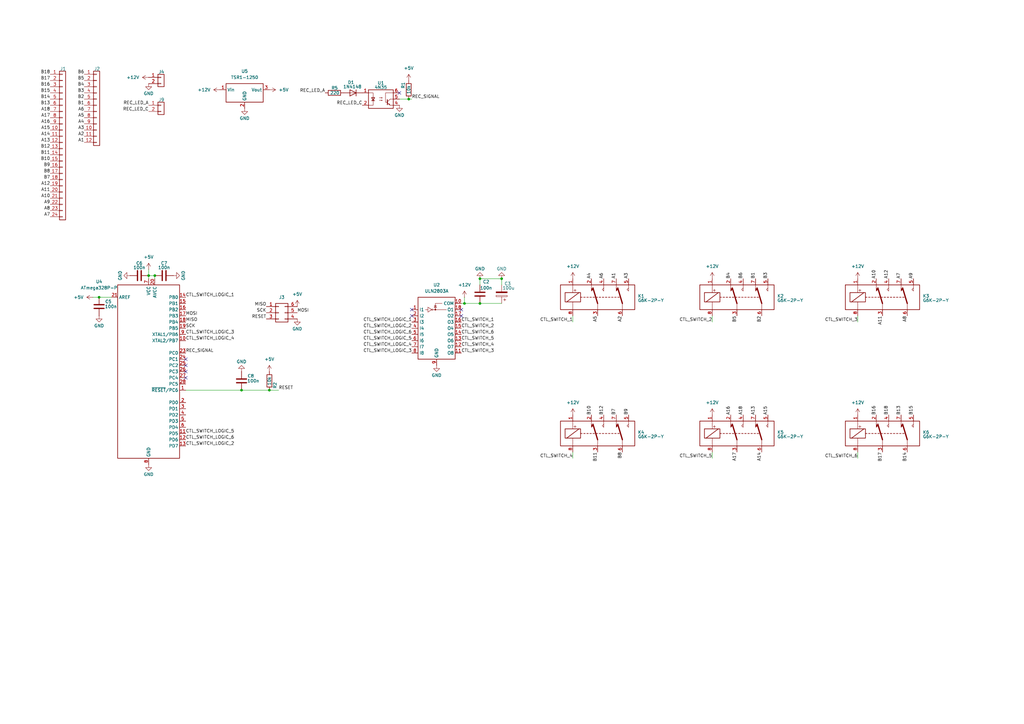
<source format=kicad_sch>
(kicad_sch (version 20250114) (generator "eeschema") (generator_version "9.0")
  (paper "A3")
  (lib_symbols
    (symbol "Connector_Generic:Conn_01x02" (pin_names (offset 1.016) (hide yes))
      (property "Reference" "J3" (at 2.54 0 0))
      (property "Value" "Conn_01x02" (at 2.54 -2.54 0))
      (symbol "Conn_01x02_1_1"
        (pin passive line (at -5.08 0 0) (length 3.81) (name "Pin_1") (number "1"))
        (pin passive line (at -5.08 -2.54 0) (length 3.81) (name "Pin_2") (number "2"))
      )
    )
    (symbol "Connector_Generic:Conn_01x12" (pin_names (offset 1.016) (hide yes))
      (property "Reference" "J?" (at 2.54 -1.2699 0))
      (symbol "Conn_01x12_1_1"
        (pin passive line (at -5.08 12.7 0) (length 3.81) (name "Pin_1") (number "1"))
        (pin passive line (at -5.08 10.16 0) (length 3.81) (name "Pin_2") (number "2"))
        (pin passive line (at -5.08 7.62 0) (length 3.81) (name "Pin_3") (number "3"))
        (pin passive line (at -5.08 5.08 0) (length 3.81) (name "Pin_4") (number "4"))
        (pin passive line (at -5.08 2.54 0) (length 3.81) (name "Pin_5") (number "5"))
        (pin passive line (at -5.08 0 0) (length 3.81) (name "Pin_6") (number "6"))
        (pin passive line (at -5.08 -2.54 0) (length 3.81) (name "Pin_7") (number "7"))
        (pin passive line (at -5.08 -5.08 0) (length 3.81) (name "Pin_8") (number "8"))
        (pin passive line (at -5.08 -7.62 0) (length 3.81) (name "Pin_9") (number "9"))
        (pin passive line (at -5.08 -10.16 0) (length 3.81) (name "Pin_10") (number "10"))
        (pin passive line (at -5.08 -12.7 0) (length 3.81) (name "Pin_11") (number "11"))
        (pin passive line (at -5.08 -15.24 0) (length 3.81) (name "Pin_12") (number "12"))
      )
    )
    (symbol "Connector_Generic:Conn_01x24" (pin_names (offset 1.016) (hide yes))
      (property "Reference" "J?" (at 2.54 0.0001 0))
      (property "Value" "Conn_01x24" (at 2.54 -2.5399 0))
      (symbol "Conn_01x24_1_1"
        (pin passive line (at -5.08 27.94 0) (length 3.81) (name "Pin_1") (number "1"))
        (pin passive line (at -5.08 25.4 0) (length 3.81) (name "Pin_2") (number "2"))
        (pin passive line (at -5.08 22.86 0) (length 3.81) (name "Pin_3") (number "3"))
        (pin passive line (at -5.08 20.32 0) (length 3.81) (name "Pin_4") (number "4"))
        (pin passive line (at -5.08 17.78 0) (length 3.81) (name "Pin_5") (number "5"))
        (pin passive line (at -5.08 15.24 0) (length 3.81) (name "Pin_6") (number "6"))
        (pin passive line (at -5.08 12.7 0) (length 3.81) (name "Pin_7") (number "7"))
        (pin passive line (at -5.08 10.16 0) (length 3.81) (name "Pin_8") (number "8"))
        (pin passive line (at -5.08 7.62 0) (length 3.81) (name "Pin_9") (number "9"))
        (pin passive line (at -5.08 5.08 0) (length 3.81) (name "Pin_10") (number "10"))
        (pin passive line (at -5.08 2.54 0) (length 3.81) (name "Pin_11") (number "11"))
        (pin passive line (at -5.08 0 0) (length 3.81) (name "Pin_12") (number "12"))
        (pin passive line (at -5.08 -2.54 0) (length 3.81) (name "Pin_13") (number "13"))
        (pin passive line (at -5.08 -5.08 0) (length 3.81) (name "Pin_14") (number "14"))
        (pin passive line (at -5.08 -7.62 0) (length 3.81) (name "Pin_15") (number "15"))
        (pin passive line (at -5.08 -10.16 0) (length 3.81) (name "Pin_16") (number "16"))
        (pin passive line (at -5.08 -12.7 0) (length 3.81) (name "Pin_17") (number "17"))
        (pin passive line (at -5.08 -15.24 0) (length 3.81) (name "Pin_18") (number "18"))
        (pin passive line (at -5.08 -17.78 0) (length 3.81) (name "Pin_19") (number "19"))
        (pin passive line (at -5.08 -20.32 0) (length 3.81) (name "Pin_20") (number "20"))
        (pin passive line (at -5.08 -22.86 0) (length 3.81) (name "Pin_21") (number "21"))
        (pin passive line (at -5.08 -25.4 0) (length 3.81) (name "Pin_22") (number "22"))
        (pin passive line (at -5.08 -27.94 0) (length 3.81) (name "Pin_23") (number "23"))
        (pin passive line (at -5.08 -30.48 0) (length 3.81) (name "Pin_24") (number "24"))
      )
    )
    (symbol "Connector_Generic:Conn_02x03_Counter_Clockwise" (pin_names (offset 1.016) (hide yes))
      (property "Reference" "J?" (at 1.27 6.35 0))
      (symbol "Conn_02x03_Counter_Clockwise_1_1"
        (pin passive line (at -5.08 2.54 0) (length 3.81) (name "Pin_1") (number "1"))
        (pin passive line (at -5.08 0 0) (length 3.81) (name "Pin_2") (number "2"))
        (pin passive line (at -5.08 -2.54 0) (length 3.81) (name "Pin_3") (number "3"))
        (pin passive line (at 7.62 2.54 180) (length 3.81) (name "Pin_6") (number "6"))
        (pin passive line (at 7.62 0 180) (length 3.81) (name "Pin_5") (number "5"))
        (pin passive line (at 7.62 -2.54 180) (length 3.81) (name "Pin_4") (number "4"))
      )
    )
    (symbol "Device:C" (pin_numbers (hide yes)) (pin_names (offset 0.254))
      (property "Reference" "C" (at 0.635 2.54 0))
      (property "Value" "C" (at 0.635 -2.54 0))
      (symbol "C_1_1"
        (pin passive line (at 0 3.81 270) (length 2.794) (name "~") (number "1"))
        (pin passive line (at 0 -3.81 90) (length 2.794) (name "~") (number "2"))
      )
    )
    (symbol "Device:C_Polarized" (pin_numbers (hide yes)) (pin_names (offset 0.254))
      (property "Reference" "C" (at 0.635 2.54 0))
      (property "Value" "C_Polarized" (at 0.635 -2.54 0))
      (symbol "C_Polarized_1_1"
        (pin passive line (at 0 3.81 270) (length 2.794) (name "~") (number "1"))
        (pin passive line (at 0 -3.81 90) (length 2.794) (name "~") (number "2"))
      )
    )
    (symbol "Device:R" (pin_numbers (hide yes)) (pin_names (offset 0))
      (property "Reference" "R" (at 2.032 0 90))
      (property "Value" "R" (at 0 0 90))
      (symbol "R_1_1"
        (pin passive line (at 0 3.81 270) (length 1.27) (name "~") (number "1"))
        (pin passive line (at 0 -3.81 90) (length 1.27) (name "~") (number "2"))
      )
    )
    (symbol "Diode:1N4148" (pin_numbers (hide yes)) (pin_names (hide yes))
      (property "Reference" "D" (at 0 2.54 0))
      (property "Value" "1N4148" (at 0 -2.54 0))
      (symbol "1N4148_1_1"
        (pin passive line (at -3.81 0 0) (length 2.54) (name "K") (number "1"))
        (pin passive line (at 3.81 0 180) (length 2.54) (name "A") (number "2"))
      )
    )
    (symbol "G6K-2_2"
      (property "Reference" "K?" (at 16.51 0.0001 0))
      (symbol "G6K-2_2_0_0"
        (text "+" (at -9.271 2.921 0) (effects (font (size 1.27 1.27))))
      )
      (symbol "G6K-2_2_1_1"
        (pin passive line (at -10.16 7.62 270) (length 2.54) (name "~") (number "1"))
        (pin passive line (at -10.16 -7.62 90) (length 2.54) (name "~") (number "8"))
        (pin passive line (at -2.54 7.62 270) (length 2.54) (name "~") (number "2"))
        (pin passive line (at 0 -7.62 90) (length 2.54) (name "~") (number "3"))
        (pin passive line (at 2.54 7.62 270) (length 2.54) (name "~") (number "4"))
        (pin passive line (at 7.62 7.62 270) (length 2.54) (name "~") (number "7"))
        (pin passive line (at 10.16 -7.62 90) (length 2.54) (name "~") (number "6"))
        (pin passive line (at 12.7 7.62 270) (length 2.54) (name "~") (number "5"))
      )
    )
    (symbol "G6K-2_3"
      (property "Reference" "K?" (at 16.51 0.0001 0))
      (symbol "G6K-2_3_0_0"
        (text "+" (at -9.271 2.921 0) (effects (font (size 1.27 1.27))))
      )
      (symbol "G6K-2_3_1_1"
        (pin passive line (at -10.16 7.62 270) (length 2.54) (name "~") (number "1"))
        (pin passive line (at -10.16 -7.62 90) (length 2.54) (name "~") (number "8"))
        (pin passive line (at -2.54 7.62 270) (length 2.54) (name "~") (number "2"))
        (pin passive line (at 0 -7.62 90) (length 2.54) (name "~") (number "3"))
        (pin passive line (at 2.54 7.62 270) (length 2.54) (name "~") (number "4"))
        (pin passive line (at 7.62 7.62 270) (length 2.54) (name "~") (number "7"))
        (pin passive line (at 10.16 -7.62 90) (length 2.54) (name "~") (number "6"))
        (pin passive line (at 12.7 7.62 270) (length 2.54) (name "~") (number "5"))
      )
    )
    (symbol "G6K-2_5"
      (property "Reference" "K?" (at 16.51 0.0001 0))
      (symbol "G6K-2_5_0_0"
        (text "+" (at -9.271 2.921 0) (effects (font (size 1.27 1.27))))
      )
      (symbol "G6K-2_5_1_1"
        (pin passive line (at -10.16 7.62 270) (length 2.54) (name "~") (number "1"))
        (pin passive line (at -10.16 -7.62 90) (length 2.54) (name "~") (number "8"))
        (pin passive line (at -2.54 7.62 270) (length 2.54) (name "~") (number "2"))
        (pin passive line (at 0 -7.62 90) (length 2.54) (name "~") (number "3"))
        (pin passive line (at 2.54 7.62 270) (length 2.54) (name "~") (number "4"))
        (pin passive line (at 7.62 7.62 270) (length 2.54) (name "~") (number "7"))
        (pin passive line (at 10.16 -7.62 90) (length 2.54) (name "~") (number "6"))
        (pin passive line (at 12.7 7.62 270) (length 2.54) (name "~") (number "5"))
      )
    )
    (symbol "G6K-2_6"
      (property "Reference" "K?" (at 16.51 0.0001 0))
      (symbol "G6K-2_6_0_0"
        (text "+" (at -9.271 2.921 0) (effects (font (size 1.27 1.27))))
      )
      (symbol "G6K-2_6_1_1"
        (pin passive line (at -10.16 7.62 270) (length 2.54) (name "~") (number "1"))
        (pin passive line (at -10.16 -7.62 90) (length 2.54) (name "~") (number "8"))
        (pin passive line (at -2.54 7.62 270) (length 2.54) (name "~") (number "2"))
        (pin passive line (at 0 -7.62 90) (length 2.54) (name "~") (number "3"))
        (pin passive line (at 2.54 7.62 270) (length 2.54) (name "~") (number "4"))
        (pin passive line (at 7.62 7.62 270) (length 2.54) (name "~") (number "7"))
        (pin passive line (at 10.16 -7.62 90) (length 2.54) (name "~") (number "6"))
        (pin passive line (at 12.7 7.62 270) (length 2.54) (name "~") (number "5"))
      )
    )
    (symbol "G6K-2_7"
      (property "Reference" "K?" (at 16.51 0.0001 0))
      (symbol "G6K-2_7_0_0"
        (text "+" (at -9.271 2.921 0) (effects (font (size 1.27 1.27))))
      )
      (symbol "G6K-2_7_1_1"
        (pin passive line (at -10.16 7.62 270) (length 2.54) (name "~") (number "1"))
        (pin passive line (at -10.16 -7.62 90) (length 2.54) (name "~") (number "8"))
        (pin passive line (at -2.54 7.62 270) (length 2.54) (name "~") (number "2"))
        (pin passive line (at 0 -7.62 90) (length 2.54) (name "~") (number "3"))
        (pin passive line (at 2.54 7.62 270) (length 2.54) (name "~") (number "4"))
        (pin passive line (at 7.62 7.62 270) (length 2.54) (name "~") (number "7"))
        (pin passive line (at 10.16 -7.62 90) (length 2.54) (name "~") (number "6"))
        (pin passive line (at 12.7 7.62 270) (length 2.54) (name "~") (number "5"))
      )
    )
    (symbol "Isolator:4N35" (pin_names (offset 1.016))
      (property "Reference" "U?" (at 0 8.89 0))
      (property "Value" "4N35" (at 0 6.35 0))
      (symbol "4N35_1_1"
        (pin passive line (at -7.62 2.54 0) (length 2.54) (name "~") (number "1"))
        (pin passive line (at -7.62 -2.54 0) (length 2.54) (name "~") (number "2"))
        (pin no_connect line (at -5.08 0 0) (length 2.54) (hide yes) (name "NC") (number "3"))
        (pin passive line (at 7.62 2.54 180) (length 2.54) (name "~") (number "6"))
        (pin passive line (at 7.62 0 180) (length 2.54) (name "~") (number "5"))
        (pin passive line (at 7.62 -2.54 180) (length 2.54) (name "~") (number "4"))
      )
    )
    (symbol "MCU_Microchip_ATmega:ATmega328P-P"
      (property "Reference" "U?" (at -20.32 36.9002 0))
      (property "Value" "ATmega328P-P" (at -20.32 34.3602 0))
      (symbol "ATmega328P-P_1_1"
        (pin passive line (at -15.24 30.48 0) (length 2.54) (name "AREF") (number "21"))
        (pin power_in line (at 0 38.1 270) (length 2.54) (name "VCC") (number "7"))
        (pin passive line (at 0 -38.1 90) (length 2.54) (hide yes) (name "GND") (number "22"))
        (pin power_in line (at 0 -38.1 90) (length 2.54) (name "GND") (number "8"))
        (pin power_in line (at 2.54 38.1 270) (length 2.54) (name "AVCC") (number "20"))
        (pin bidirectional line (at 15.24 30.48 180) (length 2.54) (name "PB0") (number "14"))
        (pin bidirectional line (at 15.24 27.94 180) (length 2.54) (name "PB1") (number "15"))
        (pin bidirectional line (at 15.24 25.4 180) (length 2.54) (name "PB2") (number "16"))
        (pin bidirectional line (at 15.24 22.86 180) (length 2.54) (name "PB3") (number "17"))
        (pin bidirectional line (at 15.24 20.32 180) (length 2.54) (name "PB4") (number "18"))
        (pin bidirectional line (at 15.24 17.78 180) (length 2.54) (name "PB5") (number "19"))
        (pin bidirectional line (at 15.24 15.24 180) (length 2.54) (name "XTAL1/PB6") (number "9"))
        (pin bidirectional line (at 15.24 12.7 180) (length 2.54) (name "XTAL2/PB7") (number "10"))
        (pin bidirectional line (at 15.24 7.62 180) (length 2.54) (name "PC0") (number "23"))
        (pin bidirectional line (at 15.24 5.08 180) (length 2.54) (name "PC1") (number "24"))
        (pin bidirectional line (at 15.24 2.54 180) (length 2.54) (name "PC2") (number "25"))
        (pin bidirectional line (at 15.24 0 180) (length 2.54) (name "PC3") (number "26"))
        (pin bidirectional line (at 15.24 -2.54 180) (length 2.54) (name "PC4") (number "27"))
        (pin bidirectional line (at 15.24 -5.08 180) (length 2.54) (name "PC5") (number "28"))
        (pin bidirectional line (at 15.24 -7.62 180) (length 2.54) (name "~{RESET}/PC6") (number "1"))
        (pin bidirectional line (at 15.24 -12.7 180) (length 2.54) (name "PD0") (number "2"))
        (pin bidirectional line (at 15.24 -15.24 180) (length 2.54) (name "PD1") (number "3"))
        (pin bidirectional line (at 15.24 -17.78 180) (length 2.54) (name "PD2") (number "4"))
        (pin bidirectional line (at 15.24 -20.32 180) (length 2.54) (name "PD3") (number "5"))
        (pin bidirectional line (at 15.24 -22.86 180) (length 2.54) (name "PD4") (number "6"))
        (pin bidirectional line (at 15.24 -25.4 180) (length 2.54) (name "PD5") (number "11"))
        (pin bidirectional line (at 15.24 -27.94 180) (length 2.54) (name "PD6") (number "12"))
        (pin bidirectional line (at 15.24 -30.48 180) (length 2.54) (name "PD7") (number "13"))
      )
    )
    (symbol "Regulator_Switching:TSR1-2450E"
      (property "Reference" "U?" (at 0 10.16 0))
      (property "Value" "TSR1-2450E" (at 0 7.62 0))
      (symbol "TSR1-2450E_1_1"
        (pin power_in line (at -10.16 2.54 0) (length 2.54) (name "Vin") (number "1"))
        (pin power_in line (at 0 -5.08 90) (length 2.54) (name "GND") (number "2"))
        (pin power_out line (at 10.16 2.54 180) (length 2.54) (name "Vout") (number "3"))
      )
    )
    (symbol "Relay:G6K-2"
      (property "Reference" "K?" (at 16.51 0.0001 0))
      (symbol "G6K-2_0_0"
        (text "+" (at -9.271 2.921 0) (effects (font (size 1.27 1.27))))
      )
      (symbol "G6K-2_1_1"
        (pin passive line (at -10.16 7.62 270) (length 2.54) (name "~") (number "1"))
        (pin passive line (at -10.16 -7.62 90) (length 2.54) (name "~") (number "8"))
        (pin passive line (at -2.54 7.62 270) (length 2.54) (name "~") (number "2"))
        (pin passive line (at 0 -7.62 90) (length 2.54) (name "~") (number "3"))
        (pin passive line (at 2.54 7.62 270) (length 2.54) (name "~") (number "4"))
        (pin passive line (at 7.62 7.62 270) (length 2.54) (name "~") (number "7"))
        (pin passive line (at 10.16 -7.62 90) (length 2.54) (name "~") (number "6"))
        (pin passive line (at 12.7 7.62 270) (length 2.54) (name "~") (number "5"))
      )
    )
    (symbol "Transistor_Array:ULN2803A"
      (property "Reference" "U?" (at 0 15.24 0))
      (property "Value" "ULN2803A" (at 0 12.7 0))
      (symbol "ULN2803A_1_1"
        (pin input line (at -10.16 5.08 0) (length 2.54) (name "I1") (number "1"))
        (pin input line (at -10.16 2.54 0) (length 2.54) (name "I2") (number "2"))
        (pin input line (at -10.16 0 0) (length 2.54) (name "I3") (number "3"))
        (pin input line (at -10.16 -2.54 0) (length 2.54) (name "I4") (number "4"))
        (pin input line (at -10.16 -5.08 0) (length 2.54) (name "I5") (number "5"))
        (pin input line (at -10.16 -7.62 0) (length 2.54) (name "I6") (number "6"))
        (pin input line (at -10.16 -10.16 0) (length 2.54) (name "I7") (number "7"))
        (pin input line (at -10.16 -12.7 0) (length 2.54) (name "I8") (number "8"))
        (pin power_in line (at 0 -17.78 90) (length 2.54) (name "GND") (number "9"))
        (pin passive line (at 10.16 7.62 180) (length 2.54) (name "COM") (number "10"))
        (pin open_collector line (at 10.16 5.08 180) (length 2.54) (name "O1") (number "18"))
        (pin open_collector line (at 10.16 2.54 180) (length 2.54) (name "O2") (number "17"))
        (pin open_collector line (at 10.16 0 180) (length 2.54) (name "O3") (number "16"))
        (pin open_collector line (at 10.16 -2.54 180) (length 2.54) (name "O4") (number "15"))
        (pin open_collector line (at 10.16 -5.08 180) (length 2.54) (name "O5") (number "14"))
        (pin open_collector line (at 10.16 -7.62 180) (length 2.54) (name "O6") (number "13"))
        (pin open_collector line (at 10.16 -10.16 180) (length 2.54) (name "O7") (number "12"))
        (pin open_collector line (at 10.16 -12.7 180) (length 2.54) (name "O8") (number "11"))
      )
    )
    (symbol "power:+12V" (power) (pin_numbers (hide yes)) (pin_names (offset 0) (hide yes))
      (property "Value" "+12V" (at 0 3.556 0))
      (symbol "+12V_1_1"
        (pin power_in line (at 0 0 90) (length 0) (name "~") (number "1"))
      )
    )
    (symbol "power:+5V" (power) (pin_numbers (hide yes)) (pin_names (offset 0) (hide yes))
      (property "Value" "+5V" (at 0 3.556 0))
      (symbol "+5V_1_1"
        (pin power_in line (at 0 0 90) (length 0) (name "~") (number "1"))
      )
    )
    (symbol "power:GND" (power) (pin_numbers (hide yes)) (pin_names (offset 0) (hide yes))
      (property "Value" "GND" (at 0 -3.81 0))
      (symbol "GND_1_1"
        (pin power_in line (at 0 0 270) (length 0) (name "~") (number "1"))
      )
    )
  )
  (junction (at 110.49 160.02))
  (junction (at 167.64 40.64))
  (junction (at 205.74 114.3))
  (junction (at 99.06 160.02))
  (junction (at 60.96 113.03))
  (junction (at 190.5 124.46))
  (junction (at 196.85 124.46))
  (junction (at 40.64 121.92))
  (junction (at 196.85 114.3))
  (junction (at 63.5 113.03))
  (no_connect (at 76.2 149.86))
  (no_connect (at 76.2 147.32))
  (no_connect (at 76.2 152.4))
  (no_connect (at 163.83 38.1))
  (no_connect (at 189.23 129.54))
  (no_connect (at 168.91 127))
  (no_connect (at 189.23 127))
  (no_connect (at 168.91 129.54))
  (no_connect (at 76.2 154.94))
  (wire (pts (xy 292.1 129.54) (xy 292.1 132.08)))
  (wire (pts (xy 163.83 40.64) (xy 167.64 40.64)))
  (wire (pts (xy 189.23 124.46) (xy 190.5 124.46)))
  (wire (pts (xy 351.79 185.42) (xy 351.79 187.96)))
  (wire (pts (xy 60.96 113.03) (xy 60.96 114.3)))
  (wire (pts (xy 351.79 129.54) (xy 351.79 132.08)))
  (wire (pts (xy 38.1 121.92) (xy 40.64 121.92)))
  (wire (pts (xy 99.06 160.02) (xy 110.49 160.02)))
  (wire (pts (xy 196.85 114.3) (xy 205.74 114.3)))
  (wire (pts (xy 167.64 40.64) (xy 168.91 40.64)))
  (wire (pts (xy 196.85 124.46) (xy 205.74 124.46)))
  (wire (pts (xy 205.74 114.3) (xy 205.74 116.84)))
  (wire (pts (xy 196.85 114.3) (xy 196.85 116.84)))
  (wire (pts (xy 40.64 121.92) (xy 45.72 121.92)))
  (wire (pts (xy 60.96 113.03) (xy 63.5 113.03)))
  (wire (pts (xy 234.95 185.42) (xy 234.95 187.96)))
  (wire (pts (xy 60.96 110.49) (xy 60.96 113.03)))
  (wire (pts (xy 63.5 113.03) (xy 63.5 114.3)))
  (wire (pts (xy 190.5 124.46) (xy 190.5 121.92)))
  (wire (pts (xy 190.5 124.46) (xy 196.85 124.46)))
  (wire (pts (xy 292.1 185.42) (xy 292.1 187.96)))
  (wire (pts (xy 234.95 129.54) (xy 234.95 132.08)))
  (wire (pts (xy 76.2 160.02) (xy 99.06 160.02)))
  (wire (pts (xy 114.3 160.02) (xy 110.49 160.02)))
  (label "A3" (at 257.81 114.3 90))
  (label "B12" (at 247.65 170.18 90))
  (label "CTL_SWITCH_LOGIC_1" (at 168.91 132.08 180))
  (label "B7" (at 252.73 170.18 90))
  (label "B16" (at 359.41 170.18 90))
  (label "CTL_SWITCH_LOGIC_2" (at 168.91 134.62 180))
  (label "B5" (at 302.26 129.54 270))
  (label "A14" (at 20.574 55.88 180))
  (label "CTL_SWITCH_4" (at 189.23 142.24 0))
  (label "B9" (at 257.81 170.18 90))
  (label "A18" (at 20.574 45.72 180))
  (label "B4" (at 299.72 114.3 90))
  (label "A15" (at 20.574 53.34 180))
  (label "A14" (at 312.42 185.42 270))
  (label "B6" (at 304.8 114.3 90))
  (label "B3" (at 34.544 38.1 180))
  (label "B11" (at 20.574 63.5 180))
  (label "B4" (at 34.544 35.56 180))
  (label "CTL_SWITCH_LOGIC_4" (at 76.2 139.7 0))
  (label "CTL_SWITCH_5" (at 292.1 187.96 180))
  (label "B1" (at 309.88 114.3 90))
  (label "A4" (at 34.544 50.8 180))
  (label "A8" (at 372.11 129.54 270))
  (label "REC_LED_C" (at 148.59 43.18 180))
  (label "MOSI" (at 121.92 128.27 0))
  (label "A2" (at 34.544 55.88 180))
  (label "CTL_SWITCH_LOGIC_6" (at 168.91 137.16 180))
  (label "B13" (at 369.57 170.18 90))
  (label "A13" (at 20.574 58.42 180))
  (label "B8" (at 20.574 71.12 180))
  (label "RESET" (at 109.22 130.81 180))
  (label "B18" (at 364.49 170.18 90))
  (label "A9" (at 20.574 83.82 180))
  (label "A2" (at 255.27 129.54 270))
  (label "A1" (at 34.544 58.42 180))
  (label "CTL_SWITCH_LOGIC_1" (at 76.2 121.92 0))
  (label "CTL_SWITCH_5" (at 189.23 139.7 0))
  (label "CTL_SWITCH_LOGIC_6" (at 76.2 180.34 0))
  (label "A8" (at 20.574 86.36 180))
  (label "B15" (at 374.65 170.18 90))
  (label "CTL_SWITCH_LOGIC_3" (at 168.91 144.78 180))
  (label "CTL_SWITCH_3" (at 351.79 132.08 180))
  (label "A16" (at 20.574 50.8 180))
  (label "CTL_SWITCH_LOGIC_3" (at 76.2 137.16 0))
  (label "B18" (at 20.574 30.48 180))
  (label "B12" (at 20.574 60.96 180))
  (label "B2" (at 312.42 129.54 270))
  (label "CTL_SWITCH_2" (at 292.1 132.08 180))
  (label "RESET" (at 114.3 160.02 0))
  (label "CTL_SWITCH_LOGIC_5" (at 168.91 139.7 180))
  (label "A7" (at 369.57 114.3 90))
  (label "B6" (at 34.544 30.48 180))
  (label "B1" (at 34.544 43.18 180))
  (label "B9" (at 20.574 68.58 180))
  (label "A17" (at 20.574 48.26 180))
  (label "SCK" (at 109.22 128.27 180))
  (label "A6" (at 247.65 114.3 90))
  (label "B5" (at 34.544 33.02 180))
  (label "MOSI" (at 76.2 129.54 0))
  (label "B10" (at 242.57 170.18 90))
  (label "A13" (at 309.88 170.18 90))
  (label "MISO" (at 76.2 132.08 0))
  (label "CTL_SWITCH_1" (at 234.95 132.08 180))
  (label "A3" (at 34.544 53.34 180))
  (label "B13" (at 20.574 43.18 180))
  (label "REC_SIGNAL" (at 168.91 40.64 0))
  (label "MISO" (at 109.22 125.73 180))
  (label "CTL_SWITCH_LOGIC_2" (at 76.2 182.88 0))
  (label "B7" (at 20.574 73.66 180))
  (label "A10" (at 20.574 81.28 180))
  (label "A10" (at 359.41 114.3 90))
  (label "CTL_SWITCH_LOGIC_5" (at 76.2 177.8 0))
  (label "A9" (at 374.65 114.3 90))
  (label "CTL_SWITCH_2" (at 189.23 134.62 0))
  (label "B14" (at 372.11 185.42 270))
  (label "REC_LED_C" (at 60.96 45.72 180))
  (label "A11" (at 20.574 78.74 180))
  (label "REC_SIGNAL" (at 76.2 144.78 0))
  (label "B17" (at 361.95 185.42 270))
  (label "B10" (at 20.574 66.04 180))
  (label "A7" (at 20.574 88.9 180))
  (label "CTL_SWITCH_1" (at 189.23 132.08 0))
  (label "A12" (at 364.49 114.3 90))
  (label "SCK" (at 76.2 134.62 0))
  (label "CTL_SWITCH_LOGIC_4" (at 168.91 142.24 180))
  (label "REC_LED_A" (at 133.35 38.1 180))
  (label "B2" (at 34.544 40.64 180))
  (label "CTL_SWITCH_6" (at 189.23 137.16 0))
  (label "A12" (at 20.574 76.2 180))
  (label "A11" (at 361.95 129.54 270))
  (label "A4" (at 242.57 114.3 90))
  (label "A18" (at 304.8 170.18 90))
  (label "A6" (at 34.544 45.72 180))
  (label "B15" (at 20.574 38.1 180))
  (label "B16" (at 20.574 35.56 180))
  (label "A16" (at 299.72 170.18 90))
  (label "A5" (at 245.11 129.54 270))
  (label "A15" (at 314.96 170.18 90))
  (label "B8" (at 255.27 185.42 270))
  (label "REC_LED_A" (at 60.96 43.18 180))
  (label "B3" (at 314.96 114.3 90))
  (label "CTL_SWITCH_6" (at 351.79 187.96 180))
  (label "CTL_SWITCH_4" (at 234.95 187.96 180))
  (label "B17" (at 20.574 33.02 180))
  (label "A1" (at 252.73 114.3 90))
  (label "B14" (at 20.574 40.64 180))
  (label "A5" (at 34.544 48.26 180))
  (label "B11" (at 245.11 185.42 270))
  (label "CTL_SWITCH_3" (at 189.23 144.78 0))
  (label "A17" (at 302.26 185.42 270))
  (symbol (lib_id "Device:C") (at 57.15 113.03 90) (unit 1)
    (property "Reference" "C6" (at 57.15 107.95 90))
    (property "Value" "100n" (at 57.15 109.728 90))
    (property "Footprint" "Capacitor_THT:C_Disc_D5.0mm_W2.5mm_P5.00mm" (effects (hide yes)))
    (property "LCSC" "C1525" (effects (hide yes)))
  )
  (symbol (lib_id "power:GND") (at 179.07 149.86 0) (unit 1)
    (property "Reference" "#PWR022" (effects (hide yes)))
    (property "Value" "GND" (at 179.07 153.924 0))
    (property "Description" "Power symbol creates a global label with name \"GND\" , ground" (effects (hide yes)))
  )
  (symbol (lib_id "MCU_Microchip_ATmega:ATmega328P-P") (at 60.96 152.4 0) (unit 1)
    (property "Reference" "U4" (at 40.64 115.4998 0))
    (property "Value" "ATmega328P-P" (at 40.64 118.0398 0))
    (property "Footprint" "Package_DIP:DIP-28_W7.62mm" (effects (hide yes)))
    (property "Datasheet" "http://ww1.microchip.com/downloads/en/DeviceDoc/ATmega328_P%20AVR%20MCU%20with%20picoPower%20Technology%20Data%20Sheet%2040001984A.pdf" (effects (hide yes)))
    (property "Description" "20MHz, 32kB Flash, 2kB SRAM, 1kB EEPROM, DIP-28" (effects (hide yes)))
  )
  (symbol (lib_id "power:+5V") (at 38.1 121.92 90) (unit 1)
    (property "Reference" "#PWR028" (effects (hide yes)))
    (property "Value" "+5V" (at 34.29 121.9199 90) (effects (justify left)))
    (property "Description" "Power symbol creates a global label with name \"+5V\"" (effects (hide yes)))
  )
  (symbol (lib_id "Device:R") (at 110.49 156.21 180) (unit 1)
    (property "Reference" "R2" (at 112.776 156.718 90) (effects (justify left)))
    (property "Value" "10k" (at 110.49 154.432 90) (effects (justify left)))
    (property "Footprint" "Resistor_THT:R_Axial_DIN0207_L6.3mm_D2.5mm_P10.16mm_Horizontal" (effects (hide yes)))
    (property "Description" "Resistor" (effects (hide yes)))
  )
  (symbol (lib_id "power:+12V") (at 292.1 170.18 0) (unit 1)
    (property "Reference" "#PWR02" (effects (hide yes)))
    (property "Value" "+12V" (at 292.1 165.1 0))
    (property "Description" "Power symbol creates a global label with name \"+12V\"" (effects (hide yes)))
  )
  (symbol (lib_id "Device:C") (at 40.64 125.73 0) (unit 1)
    (property "Reference" "C5" (at 44.45 123.698 0))
    (property "Value" "100n" (at 45.466 125.73 0))
    (property "Footprint" "Capacitor_THT:C_Disc_D5.0mm_W2.5mm_P5.00mm" (effects (hide yes)))
    (property "LCSC" "C1525" (effects (hide yes)))
  )
  (symbol (lib_id "power:+5V") (at 60.96 110.49 0) (unit 1)
    (property "Reference" "#PWR025" (effects (hide yes)))
    (property "Value" "+5V" (at 60.96 105.41 0))
    (property "Description" "Power symbol creates a global label with name \"+5V\"" (effects (hide yes)))
  )
  (symbol (lib_id "Connector_Generic:Conn_01x02") (at 66.04 43.18 0) (unit 1)
    (property "Reference" "J9" (at 65.024 40.894 0) (effects (justify left)))
    (property "Value" "Conn_01x02" (effects (hide yes)))
    (property "Footprint" "Connector_JST:JST_XH_B2B-XH-A_1x02_P2.50mm_Vertical" (effects (hide yes)))
    (property "LCSC" "C158012" (effects (hide yes)))
  )
  (symbol (lib_id "power:+12V") (at 234.95 170.18 0) (unit 1)
    (property "Reference" "#PWR05" (effects (hide yes)))
    (property "Value" "+12V" (at 234.95 165.1 0))
    (property "Description" "Power symbol creates a global label with name \"+12V\"" (effects (hide yes)))
  )
  (symbol (lib_name "G6K-2_2") (lib_id "Relay:G6K-2") (at 302.26 177.8 0) (unit 1)
    (property "Reference" "K5" (at 318.77 177.292 0) (effects (justify left)))
    (property "Value" "G6K-2P-Y" (at 318.77 179.0699 0) (effects (justify left)))
    (property "Footprint" "Relay_THT:Relay_DPDT_Omron_G6K-2P" (effects (hide yes)))
    (property "Datasheet" "http://omronfs.omron.com/en_US/ecb/products/pdf/en-g6k.pdf" (effects (hide yes)))
    (property "Description" "Miniature 2-pole relay, Single-side Stable" (effects (hide yes)))
  )
  (symbol (lib_id "power:GND") (at 163.83 43.18 0) (unit 1)
    (property "Reference" "#PWR08" (effects (hide yes)))
    (property "Value" "GND" (at 163.83 47.244 0))
    (property "Description" "Power symbol creates a global label with name \"GND\" , ground" (effects (hide yes)))
  )
  (symbol (lib_name "G6K-2_3") (lib_id "Relay:G6K-2") (at 245.11 177.8 0) (unit 1)
    (property "Reference" "K4" (at 261.62 177.292 0) (effects (justify left)))
    (property "Value" "G6K-2P-Y" (at 261.62 179.0699 0) (effects (justify left)))
    (property "Footprint" "Relay_THT:Relay_DPDT_Omron_G6K-2P" (effects (hide yes)))
    (property "Datasheet" "http://omronfs.omron.com/en_US/ecb/products/pdf/en-g6k.pdf" (effects (hide yes)))
    (property "Description" "Miniature 2-pole relay, Single-side Stable" (effects (hide yes)))
  )
  (symbol (lib_name "G6K-2_6") (lib_id "Relay:G6K-2") (at 361.95 177.8 0) (unit 1)
    (property "Reference" "K6" (at 378.46 177.292 0) (effects (justify left)))
    (property "Value" "G6K-2P-Y" (at 378.46 179.0699 0) (effects (justify left)))
    (property "Footprint" "Relay_THT:Relay_DPDT_Omron_G6K-2P" (effects (hide yes)))
    (property "Datasheet" "http://omronfs.omron.com/en_US/ecb/products/pdf/en-g6k.pdf" (effects (hide yes)))
    (property "Description" "Miniature 2-pole relay, Single-side Stable" (effects (hide yes)))
  )
  (symbol (lib_id "Diode:1N4148") (at 144.78 38.1 180) (unit 1)
    (property "Reference" "D1" (at 145.288 33.782 0) (effects (justify left)))
    (property "Value" "1N4148" (at 148.336 35.56 0) (effects (justify left)))
    (property "Footprint" "Diode_THT:D_DO-35_SOD27_P7.62mm_Horizontal" (effects (hide yes)))
    (property "Datasheet" "https://assets.nexperia.com/documents/data-sheet/1N4148_1N4448.pdf" (effects (hide yes)))
    (property "Description" "100V 0.15A standard switching diode, DO-35" (effects (hide yes)))
    (property "Sim.Device" "D" (effects (hide yes)))
    (property "Sim.Pins" "1=K 2=A" (effects (hide yes)))
  )
  (symbol (lib_id "power:+12V") (at 351.79 170.18 0) (unit 1)
    (property "Reference" "#PWR06" (effects (hide yes)))
    (property "Value" "+12V" (at 351.79 165.1 0))
    (property "Description" "Power symbol creates a global label with name \"+12V\"" (effects (hide yes)))
  )
  (symbol (lib_id "Device:C") (at 196.85 120.65 180) (unit 1)
    (property "Reference" "C2" (at 199.39 115.57 0))
    (property "Value" "100n" (at 199.39 118.11 0))
    (property "Footprint" "Capacitor_THT:C_Disc_D5.0mm_W2.5mm_P5.00mm" (effects (hide yes)))
    (property "LCSC" "C1525" (effects (hide yes)))
  )
  (symbol (lib_id "Connector_Generic:Conn_01x24") (at 25.654 58.42 0) (unit 1)
    (property "Reference" "J1" (at 24.638 28.194 0) (effects (justify left)))
    (property "Value" "Conn_01x24" (effects (hide yes)))
    (property "Footprint" "Connector_PinHeader_1.27mm:PinHeader_1x24_P1.27mm_Vertical" (effects (hide yes)))
    (property "Description" "Generic connector, single row, 01x24, script generated (kicad-library-utils/schlib/autogen/connector/)" (effects (hide yes)))
  )
  (symbol (lib_id "power:GND") (at 60.96 190.5 0) (unit 1)
    (property "Reference" "#PWR023" (effects (hide yes)))
    (property "Value" "GND" (at 60.96 194.564 0))
    (property "Description" "Power symbol creates a global label with name \"GND\" , ground" (effects (hide yes)))
  )
  (symbol (lib_id "Device:R") (at 137.16 38.1 270) (unit 1)
    (property "Reference" "R5" (at 135.89 36.068 90) (effects (justify left)))
    (property "Value" "220" (at 135.382 38.1 90) (effects (justify left)))
    (property "Footprint" "Resistor_THT:R_Axial_DIN0207_L6.3mm_D2.5mm_P10.16mm_Horizontal" (effects (hide yes)))
    (property "Description" "Resistor" (effects (hide yes)))
  )
  (symbol (lib_id "power:+12V") (at 190.5 121.92 0) (unit 1)
    (property "Reference" "#PWR013" (effects (hide yes)))
    (property "Value" "+12V" (at 190.5 116.84 0))
    (property "Description" "Power symbol creates a global label with name \"+12V\"" (effects (hide yes)))
  )
  (symbol (lib_id "power:+5V") (at 110.49 152.4 0) (unit 1)
    (property "Reference" "#PWR024" (effects (hide yes)))
    (property "Value" "+5V" (at 110.49 147.32 0))
    (property "Description" "Power symbol creates a global label with name \"+5V\"" (effects (hide yes)))
  )
  (symbol (lib_id "power:+12V") (at 292.1 114.3 0) (unit 1)
    (property "Reference" "#PWR03" (effects (hide yes)))
    (property "Value" "+12V" (at 292.1 109.22 0))
    (property "Description" "Power symbol creates a global label with name \"+12V\"" (effects (hide yes)))
  )
  (symbol (lib_id "power:GND") (at 53.34 113.03 270) (unit 1)
    (property "Reference" "#PWR030" (effects (hide yes)))
    (property "Value" "GND" (at 49.276 113.03 0))
    (property "Description" "Power symbol creates a global label with name \"GND\" , ground" (effects (hide yes)))
  )
  (symbol (lib_id "Device:C") (at 99.06 156.21 0) (unit 1)
    (property "Reference" "C8" (at 102.87 154.178 0))
    (property "Value" "100n" (at 103.886 156.21 0))
    (property "Footprint" "Capacitor_THT:C_Disc_D5.0mm_W2.5mm_P5.00mm" (effects (hide yes)))
    (property "LCSC" "C1525" (effects (hide yes)))
  )
  (symbol (lib_id "Relay:G6K-2") (at 361.95 121.92 0) (unit 1)
    (property "Reference" "K3" (at 378.46 121.412 0) (effects (justify left)))
    (property "Value" "G6K-2P-Y" (at 378.46 123.1899 0) (effects (justify left)))
    (property "Footprint" "Relay_THT:Relay_DPDT_Omron_G6K-2P" (effects (hide yes)))
    (property "Datasheet" "http://omronfs.omron.com/en_US/ecb/products/pdf/en-g6k.pdf" (effects (hide yes)))
    (property "Description" "Miniature 2-pole relay, Single-side Stable" (effects (hide yes)))
  )
  (symbol (lib_id "power:+12V") (at 60.96 31.75 90) (unit 1)
    (property "Reference" "#PWR036" (effects (hide yes)))
    (property "Value" "+12V" (at 57.15 31.7499 90) (effects (justify left)))
    (property "Description" "Power symbol creates a global label with name \"+12V\"" (effects (hide yes)))
  )
  (symbol (lib_id "power:GND") (at 100.33 44.45 0) (unit 1)
    (property "Reference" "#PWR032" (effects (hide yes)))
    (property "Value" "GND" (at 100.33 48.514 0))
    (property "Description" "Power symbol creates a global label with name \"GND\" , ground" (effects (hide yes)))
  )
  (symbol (lib_id "Device:C") (at 67.31 113.03 90) (unit 1)
    (property "Reference" "C7" (at 67.31 107.95 90))
    (property "Value" "100n" (at 67.31 109.728 90))
    (property "Footprint" "Capacitor_THT:C_Disc_D5.0mm_W2.5mm_P5.00mm" (effects (hide yes)))
    (property "LCSC" "C1525" (effects (hide yes)))
  )
  (symbol (lib_id "Regulator_Switching:TSR1-2450E") (at 100.33 39.37 0) (unit 1)
    (property "Reference" "U5" (at 100.33 29.21 0))
    (property "Value" "TSR1-1250" (at 100.33 31.75 0))
    (property "Footprint" "Converter_DCDC:Converter_DCDC_TRACO_TSR1-xxxxE_THT" (effects (hide yes)))
    (property "Datasheet" "https://www.tracopower.com/products/tsr1e.pdf" (effects (hide yes)))
    (property "LCSC" "C6886877" (effects (hide yes)))
  )
  (symbol (lib_name "G6K-2_7") (lib_id "Relay:G6K-2") (at 245.11 121.92 0) (unit 1)
    (property "Reference" "K1" (at 261.62 121.412 0) (effects (justify left)))
    (property "Value" "G6K-2P-Y" (at 261.62 123.1899 0) (effects (justify left)))
    (property "Footprint" "Relay_THT:Relay_DPDT_Omron_G6K-2P" (effects (hide yes)))
    (property "Datasheet" "http://omronfs.omron.com/en_US/ecb/products/pdf/en-g6k.pdf" (effects (hide yes)))
    (property "Description" "Miniature 2-pole relay, Single-side Stable" (effects (hide yes)))
  )
  (symbol (lib_id "Device:C_Polarized") (at 205.74 120.65 180) (unit 1)
    (property "Reference" "C3" (at 209.55 116.332 0) (effects (justify left)))
    (property "Value" "100u" (at 211.074 118.11 0) (effects (justify left)))
    (property "Footprint" "Capacitor_THT:CP_Radial_D5.0mm_P2.50mm" (effects (hide yes)))
    (property "LCSC" "C116241" (effects (hide yes)))
  )
  (symbol (lib_id "power:GND") (at 196.85 114.3 180) (unit 1)
    (property "Reference" "#PWR016" (effects (hide yes)))
    (property "Value" "GND" (at 196.85 110.236 0))
    (property "Description" "Power symbol creates a global label with name \"GND\" , ground" (effects (hide yes)))
  )
  (symbol (lib_name "G6K-2_5") (lib_id "Relay:G6K-2") (at 302.26 121.92 0) (unit 1)
    (property "Reference" "K2" (at 318.77 121.412 0) (effects (justify left)))
    (property "Value" "G6K-2P-Y" (at 318.77 123.1899 0) (effects (justify left)))
    (property "Footprint" "Relay_THT:Relay_DPDT_Omron_G6K-2P" (effects (hide yes)))
    (property "Datasheet" "http://omronfs.omron.com/en_US/ecb/products/pdf/en-g6k.pdf" (effects (hide yes)))
    (property "Description" "Miniature 2-pole relay, Single-side Stable" (effects (hide yes)))
  )
  (symbol (lib_id "Transistor_Array:ULN2803A") (at 179.07 132.08 0) (unit 1)
    (property "Reference" "U2" (at 179.07 116.84 0))
    (property "Value" "ULN2803A" (at 179.07 119.38 0))
    (property "Footprint" "Package_DIP:DIP-18_W7.62mm" (effects (hide yes)))
    (property "Datasheet" "http://www.ti.com/lit/ds/symlink/uln2803a.pdf" (effects (hide yes)))
    (property "Description" "Darlington Transistor Arrays, SOIC18/DIP18" (effects (hide yes)))
  )
  (symbol (lib_id "power:+5V") (at 110.49 36.83 270) (unit 1)
    (property "Reference" "#PWR034" (effects (hide yes)))
    (property "Value" "+5V" (at 114.3 36.8299 90) (effects (justify left)))
    (property "Description" "Power symbol creates a global label with name \"+5V\"" (effects (hide yes)))
  )
  (symbol (lib_id "power:+5V") (at 167.64 33.02 0) (unit 1)
    (property "Reference" "#PWR07" (effects (hide yes)))
    (property "Value" "+5V" (at 167.64 27.94 0))
    (property "Description" "Power symbol creates a global label with name \"+5V\"" (effects (hide yes)))
  )
  (symbol (lib_id "Device:R") (at 167.64 36.83 0) (unit 1)
    (property "Reference" "R1" (at 165.354 36.322 90) (effects (justify left)))
    (property "Value" "10k" (at 167.64 38.608 90) (effects (justify left)))
    (property "Footprint" "Resistor_THT:R_Axial_DIN0207_L6.3mm_D2.5mm_P10.16mm_Horizontal" (effects (hide yes)))
    (property "Description" "Resistor" (effects (hide yes)))
  )
  (symbol (lib_id "power:+12V") (at 90.17 36.83 90) (unit 1)
    (property "Reference" "#PWR033" (effects (hide yes)))
    (property "Value" "+12V" (at 86.36 36.8299 90) (effects (justify left)))
    (property "Description" "Power symbol creates a global label with name \"+12V\"" (effects (hide yes)))
  )
  (symbol (lib_id "Connector_Generic:Conn_01x12") (at 39.624 43.18 0) (unit 1)
    (property "Reference" "J2" (at 38.608 28.194 0) (effects (justify left)))
    (property "Value" "Conn_01x12" (effects (hide yes)))
    (property "Footprint" "Connector_PinHeader_1.27mm:PinHeader_1x12_P1.27mm_Vertical" (effects (hide yes)))
    (property "Description" "Generic connector, single row, 01x12, script generated (kicad-library-utils/schlib/autogen/connector/)" (effects (hide yes)))
  )
  (symbol (lib_id "power:GND") (at 71.12 113.03 90) (unit 1)
    (property "Reference" "#PWR031" (effects (hide yes)))
    (property "Value" "GND" (at 75.184 113.03 0))
    (property "Description" "Power symbol creates a global label with name \"GND\" , ground" (effects (hide yes)))
  )
  (symbol (lib_id "Connector_Generic:Conn_02x03_Counter_Clockwise") (at 114.3 128.27 0) (unit 1)
    (property "Reference" "J3" (at 115.57 121.92 0))
    (property "Value" "Conn_02x03_Counter_Clockwise" (effects (hide yes)))
    (property "Footprint" "Connector_PinHeader_2.54mm:PinHeader_2x03_P2.54mm_Vertical" (effects (hide yes)))
    (property "Description" "Generic connector, double row, 02x03, counter clockwise pin numbering scheme (similar to DIP package numbering), script generated (kicad-library-utils/schlib/autogen/connector/)" (effects (hide yes)))
  )
  (symbol (lib_id "power:GND") (at 40.64 129.54 0) (unit 1)
    (property "Reference" "#PWR029" (effects (hide yes)))
    (property "Value" "GND" (at 40.64 133.604 0))
    (property "Description" "Power symbol creates a global label with name \"GND\" , ground" (effects (hide yes)))
  )
  (symbol (lib_id "power:+12V") (at 351.79 114.3 0) (unit 1)
    (property "Reference" "#PWR04" (effects (hide yes)))
    (property "Value" "+12V" (at 351.79 109.22 0))
    (property "Description" "Power symbol creates a global label with name \"+12V\"" (effects (hide yes)))
  )
  (symbol (lib_id "power:+5V") (at 121.92 125.73 0) (unit 1)
    (property "Reference" "#PWR026" (effects (hide yes)))
    (property "Value" "+5V" (at 121.92 120.65 0))
    (property "Description" "Power symbol creates a global label with name \"+5V\"" (effects (hide yes)))
  )
  (symbol (lib_id "power:GND") (at 205.74 114.3 180) (unit 1)
    (property "Reference" "#PWR019" (effects (hide yes)))
    (property "Value" "GND" (at 205.74 110.236 0))
    (property "Description" "Power symbol creates a global label with name \"GND\" , ground" (effects (hide yes)))
  )
  (symbol (lib_id "power:GND") (at 121.92 130.81 0) (unit 1)
    (property "Reference" "#PWR027" (effects (hide yes)))
    (property "Value" "GND" (at 121.92 134.874 0))
    (property "Description" "Power symbol creates a global label with name \"GND\" , ground" (effects (hide yes)))
  )
  (symbol (lib_id "Connector_Generic:Conn_01x02") (at 66.04 31.75 0) (unit 1)
    (property "Reference" "J4" (at 65.024 29.464 0) (effects (justify left)))
    (property "Value" "Conn_01x02" (effects (hide yes)))
    (property "Footprint" "Connector_JST:JST_XH_B2B-XH-A_1x02_P2.50mm_Vertical" (effects (hide yes)))
    (property "LCSC" "C158012" (effects (hide yes)))
  )
  (symbol (lib_id "power:GND") (at 60.96 34.29 0) (unit 1)
    (property "Reference" "#PWR035" (effects (hide yes)))
    (property "Value" "GND" (at 60.96 38.354 0))
    (property "Description" "Power symbol creates a global label with name \"GND\" , ground" (effects (hide yes)))
  )
  (symbol (lib_id "power:+12V") (at 234.95 114.3 0) (unit 1)
    (property "Reference" "#PWR021" (effects (hide yes)))
    (property "Value" "+12V" (at 234.95 109.22 0))
    (property "Description" "Power symbol creates a global label with name \"+12V\"" (effects (hide yes)))
  )
  (symbol (lib_id "power:GND") (at 99.06 152.4 180) (unit 1)
    (property "Reference" "#PWR037" (effects (hide yes)))
    (property "Value" "GND" (at 99.06 148.336 0))
    (property "Description" "Power symbol creates a global label with name \"GND\" , ground" (effects (hide yes)))
  )
  (symbol (lib_id "Isolator:4N35") (at 156.21 40.64 0) (unit 1)
    (property "Reference" "U1" (at 156.21 34.036 0))
    (property "Value" "4N35" (at 156.21 35.814 0))
    (property "Footprint" "Package_DIP:DIP-6_W7.62mm" (effects (hide yes)))
    (property "Datasheet" "https://www.vishay.com/docs/81181/4n35.pdf" (effects (hide yes)))
    (property "Description" "Optocoupler, Phototransistor Output, with Base Connection, Vce 70V, CTR 100%, Viso 5000V, DIP6" (effects (hide yes)))
    (property "LCSC" "C57084" (effects (hide yes)))
  )
)
</source>
